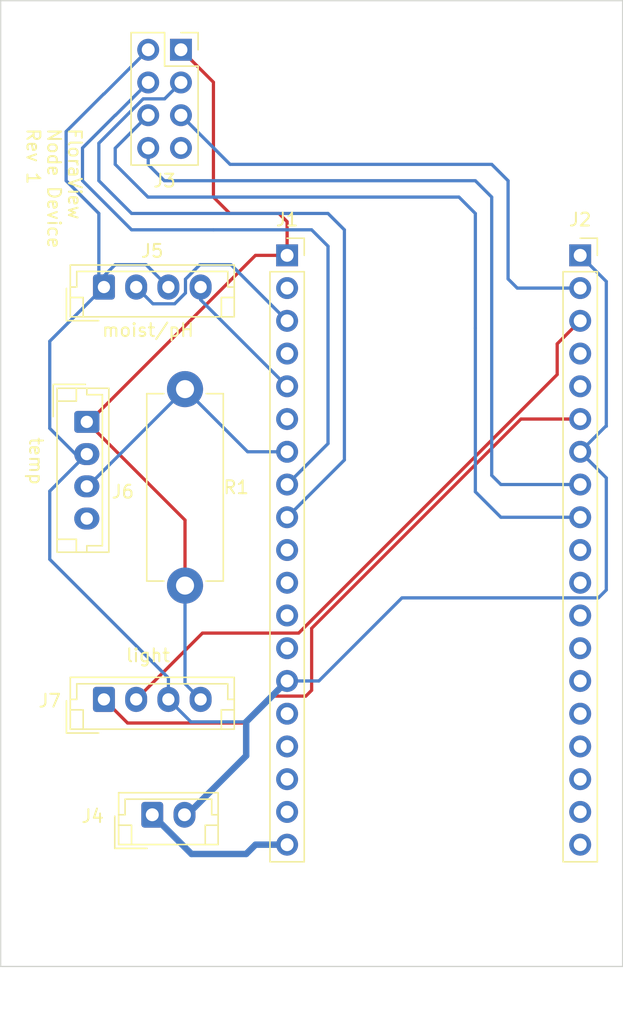
<source format=kicad_pcb>
(kicad_pcb (version 20211014) (generator pcbnew)
  (layers (0 "F.Cu" signal) (31 "B.Cu" signal) (34 "B.Paste" user) (35 "F.Paste" user) (36 "B.SilkS" user "B.Silkscreen") (37 "F.SilkS" user "F.Silkscreen") (38 "B.Mask" user) (39 "F.Mask" user) (44 "Edge.Cuts" user))
  (net 0 "")
  (net 1 "GND")
  (net 2 "/3.3V")
  (net 7 "Net-(J1-Pad8)")
  (net 8 "Net-(J1-Pad9)")
  (net 17 "Net-(J2-Pad2)")
  (net 31 "Net-(J1-Pad3)")
  (net 32 "Net-(J1-Pad5)")
  (net 33 "Net-(J1-Pad7)")
  (net 34 "Net-(J1-Pad19)")
  (net 35 "Net-(J2-Pad3)")
  (net 36 "Net-(J2-Pad6)")
  (net 37 "Net-(J2-Pad8)")
  (net 38 "Net-(J2-Pad9)")
  (footprint "MountingHole:MountingHole_2.7mm_M2.5" (layer "F.Cu") (at 44.67 37.1775)
    (fp_text reference "REF1" hide)
    (fp_text value "MountingHole_2.7mm_M2.5" hide)
    (pad "" np_thru_hole circle (at 0 0) (size 2.7 2.7) (drill 2.7) (layers *.Cu *.Mask))
  )
  (footprint "Connector_PinSocket_2.54mm:PinSocket_1x19_P2.54mm_Vertical" (layer "F.Cu") (at 85.8254 53.1275)
    (fp_text reference "J2" (at 0 -2.77) (layer "F.SilkS"))
    (fp_text value "Conn_01x19_Female" hide)
    (fp_line (start -1.33 1.27) (end 1.33 1.27) (layer "F.SilkS") (width 0.12))
    (fp_line (start -1.33 1.27) (end -1.33 47.05) (layer "F.SilkS") (width 0.12))
    (fp_line (start 1.33 1.27) (end 1.33 47.05) (layer "F.SilkS") (width 0.12))
    (fp_line (start 1.33 -1.33) (end 1.33 0) (layer "F.SilkS") (width 0.12))
    (fp_line (start -1.33 47.05) (end 1.33 47.05) (layer "F.SilkS") (width 0.12))
    (fp_line (start 0 -1.33) (end 1.33 -1.33) (layer "F.SilkS") (width 0.12))
    (pad "1" thru_hole rect (at 0 0) (size 1.7 1.7) (drill 1) (layers *.Cu *.Mask) (net 1 "GND"))
    (pad "2" thru_hole oval (at 0 2.54) (size 1.7 1.7) (drill 1) (layers *.Cu *.Mask) (net 17 "Net-(J2-Pad2)"))
    (pad "3" thru_hole oval (at 0 5.08) (size 1.7 1.7) (drill 1) (layers *.Cu *.Mask) (net 35 "Net-(J2-Pad3)"))
    (pad "4" thru_hole oval (at 0 7.62) (size 1.7 1.7) (drill 1) (layers *.Cu *.Mask))
    (pad "5" thru_hole oval (at 0 10.16) (size 1.7 1.7) (drill 1) (layers *.Cu *.Mask))
    (pad "6" thru_hole oval (at 0 12.7) (size 1.7 1.7) (drill 1) (layers *.Cu *.Mask) (net 36 "Net-(J2-Pad6)"))
    (pad "7" thru_hole oval (at 0 15.24) (size 1.7 1.7) (drill 1) (layers *.Cu *.Mask) (net 1 "GND"))
    (pad "8" thru_hole oval (at 0 17.78) (size 1.7 1.7) (drill 1) (layers *.Cu *.Mask) (net 37 "Net-(J2-Pad8)"))
    (pad "9" thru_hole oval (at 0 20.32) (size 1.7 1.7) (drill 1) (layers *.Cu *.Mask) (net 38 "Net-(J2-Pad9)"))
    (pad "10" thru_hole oval (at 0 22.86) (size 1.7 1.7) (drill 1) (layers *.Cu *.Mask))
    (pad "11" thru_hole oval (at 0 25.4) (size 1.7 1.7) (drill 1) (layers *.Cu *.Mask))
    (pad "12" thru_hole oval (at 0 27.94) (size 1.7 1.7) (drill 1) (layers *.Cu *.Mask))
    (pad "13" thru_hole oval (at 0 30.48) (size 1.7 1.7) (drill 1) (layers *.Cu *.Mask))
    (pad "14" thru_hole oval (at 0 33.02) (size 1.7 1.7) (drill 1) (layers *.Cu *.Mask))
    (pad "15" thru_hole oval (at 0 35.56) (size 1.7 1.7) (drill 1) (layers *.Cu *.Mask))
    (pad "16" thru_hole oval (at 0 38.1) (size 1.7 1.7) (drill 1) (layers *.Cu *.Mask))
    (pad "17" thru_hole oval (at 0 40.64) (size 1.7 1.7) (drill 1) (layers *.Cu *.Mask))
    (pad "18" thru_hole oval (at 0 43.18) (size 1.7 1.7) (drill 1) (layers *.Cu *.Mask))
    (pad "19" thru_hole oval (at 0 45.72) (size 1.7 1.7) (drill 1) (layers *.Cu *.Mask))
  )
  (footprint "Connector_JST:JST_EH_B2B-EH-A_1x02_P2.50mm_Vertical" (layer "F.Cu") (at 52.624583 96.5275)
    (fp_text reference "J4" (at -4.624583 0.11) (layer "F.SilkS"))
    (fp_text value "Conn_01x02_Female" hide)
    (fp_line (start -2.61 0.81) (end -1.61 0.81) (layer "F.SilkS") (width 0.12))
    (fp_line (start -1.61 0.81) (end -1.61 2.31) (layer "F.SilkS") (width 0.12))
    (fp_line (start -2.61 2.31) (end 5.11 2.31) (layer "F.SilkS") (width 0.12))
    (fp_line (start -2.61 0) (end -2.11 0) (layer "F.SilkS") (width 0.12))
    (fp_line (start 4.61 0) (end 5.11 0) (layer "F.SilkS") (width 0.12))
    (fp_line (start -2.91 0.11) (end -2.91 2.61) (layer "F.SilkS") (width 0.12))
    (fp_line (start 5.11 -1.71) (end -2.61 -1.71) (layer "F.SilkS") (width 0.12))
    (fp_line (start -2.11 -1.21) (end 4.61 -1.21) (layer "F.SilkS") (width 0.12))
    (fp_line (start 5.11 2.31) (end 5.11 -1.71) (layer "F.SilkS") (width 0.12))
    (fp_line (start -2.91 2.61) (end -0.41 2.61) (layer "F.SilkS") (width 0.12))
    (fp_line (start 5.11 0.81) (end 4.11 0.81) (layer "F.SilkS") (width 0.12))
    (fp_line (start -2.61 -1.71) (end -2.61 2.31) (layer "F.SilkS") (width 0.12))
    (fp_line (start -2.11 0) (end -2.11 -1.21) (layer "F.SilkS") (width 0.12))
    (fp_line (start 4.61 -1.21) (end 4.61 0) (layer "F.SilkS") (width 0.12))
    (fp_line (start 4.11 0.81) (end 4.11 2.31) (layer "F.SilkS") (width 0.12))
    (pad "1" thru_hole roundrect (at 0 0) (size 1.7 2) (drill 1) (layers *.Cu *.Mask) (roundrect_rratio 0.1470588235) (net 34 "Net-(J1-Pad19)"))
    (pad "2" thru_hole oval (at 2.5 0) (size 1.7 2) (drill 1) (layers *.Cu *.Mask) (net 1 "GND"))
  )
  (footprint "MountingHole:MountingHole_2.7mm_M2.5" (layer "F.Cu") (at 85.31 104.4875)
    (fp_text reference "REF4" hide)
    (fp_text value "MountingHole_2.7mm_M2.5" hide)
    (pad "" np_thru_hole circle (at 0 0) (size 2.7 2.7) (drill 2.7) (layers *.Cu *.Mask))
  )
  (footprint "Connector_PinSocket_2.54mm:PinSocket_1x19_P2.54mm_Vertical" (layer "F.Cu") (at 63.085418 53.1275)
    (fp_text reference "J1" (at 0 -2.77) (layer "F.SilkS"))
    (fp_text value "Conn_01x19_Female" hide)
    (fp_line (start 1.33 1.27) (end 1.33 47.05) (layer "F.SilkS") (width 0.12))
    (fp_line (start -1.33 1.27) (end 1.33 1.27) (layer "F.SilkS") (width 0.12))
    (fp_line (start -1.33 1.27) (end -1.33 47.05) (layer "F.SilkS") (width 0.12))
    (fp_line (start 1.33 -1.33) (end 1.33 0) (layer "F.SilkS") (width 0.12))
    (fp_line (start -1.33 47.05) (end 1.33 47.05) (layer "F.SilkS") (width 0.12))
    (fp_line (start 0 -1.33) (end 1.33 -1.33) (layer "F.SilkS") (width 0.12))
    (pad "1" thru_hole rect (at 0 0) (size 1.7 1.7) (drill 1) (layers *.Cu *.Mask) (net 2 "/3.3V"))
    (pad "2" thru_hole oval (at 0 2.54) (size 1.7 1.7) (drill 1) (layers *.Cu *.Mask))
    (pad "3" thru_hole oval (at 0 5.08) (size 1.7 1.7) (drill 1) (layers *.Cu *.Mask) (net 31 "Net-(J1-Pad3)"))
    (pad "4" thru_hole oval (at 0 7.62) (size 1.7 1.7) (drill 1) (layers *.Cu *.Mask))
    (pad "5" thru_hole oval (at 0 10.16) (size 1.7 1.7) (drill 1) (layers *.Cu *.Mask) (net 32 "Net-(J1-Pad5)"))
    (pad "6" thru_hole oval (at 0 12.7) (size 1.7 1.7) (drill 1) (layers *.Cu *.Mask))
    (pad "7" thru_hole oval (at 0 15.24) (size 1.7 1.7) (drill 1) (layers *.Cu *.Mask) (net 33 "Net-(J1-Pad7)"))
    (pad "8" thru_hole oval (at 0 17.78) (size 1.7 1.7) (drill 1) (layers *.Cu *.Mask) (net 7 "Net-(J1-Pad8)"))
    (pad "9" thru_hole oval (at 0 20.32) (size 1.7 1.7) (drill 1) (layers *.Cu *.Mask) (net 8 "Net-(J1-Pad9)"))
    (pad "10" thru_hole oval (at 0 22.86) (size 1.7 1.7) (drill 1) (layers *.Cu *.Mask))
    (pad "11" thru_hole oval (at 0 25.4) (size 1.7 1.7) (drill 1) (layers *.Cu *.Mask))
    (pad "12" thru_hole oval (at 0 27.94) (size 1.7 1.7) (drill 1) (layers *.Cu *.Mask))
    (pad "13" thru_hole oval (at 0 30.48) (size 1.7 1.7) (drill 1) (layers *.Cu *.Mask))
    (pad "14" thru_hole oval (at 0 33.02) (size 1.7 1.7) (drill 1) (layers *.Cu *.Mask) (net 1 "GND"))
    (pad "15" thru_hole oval (at 0 35.56) (size 1.7 1.7) (drill 1) (layers *.Cu *.Mask))
    (pad "16" thru_hole oval (at 0 38.1) (size 1.7 1.7) (drill 1) (layers *.Cu *.Mask))
    (pad "17" thru_hole oval (at 0 40.64) (size 1.7 1.7) (drill 1) (layers *.Cu *.Mask))
    (pad "18" thru_hole oval (at 0 43.18) (size 1.7 1.7) (drill 1) (layers *.Cu *.Mask))
    (pad "19" thru_hole oval (at 0 45.72) (size 1.7 1.7) (drill 1) (layers *.Cu *.Mask) (net 34 "Net-(J1-Pad19)"))
  )
  (footprint "MountingHole:MountingHole_2.7mm_M2.5" (layer "F.Cu") (at 44.67 104.4875)
    (fp_text reference "REF3" hide)
    (fp_text value "MountingHole_2.7mm_M2.5" hide)
    (pad "" np_thru_hole circle (at 0 0) (size 2.7 2.7) (drill 2.7) (layers *.Cu *.Mask))
  )
  (footprint "Resistor_THT:R_Axial_DIN0614_L14.3mm_D5.7mm_P15.24mm_Horizontal" (layer "F.Cu") (at 55.164583 63.5075 -90)
    (fp_text reference "R1" (at 7.62 -3.97) (layer "F.SilkS"))
    (fp_text value "5k" hide)
    (fp_line (start 14.89 -2.97) (end 14.89 -1.64) (layer "F.SilkS") (width 0.12))
    (fp_line (start 0.35 -1.64) (end 0.35 -2.97) (layer "F.SilkS") (width 0.12))
    (fp_line (start 14.89 2.97) (end 14.89 1.64) (layer "F.SilkS") (width 0.12))
    (fp_line (start 0.35 2.97) (end 14.89 2.97) (layer "F.SilkS") (width 0.12))
    (fp_line (start 0.35 1.64) (end 0.35 2.97) (layer "F.SilkS") (width 0.12))
    (fp_line (start 0.35 -2.97) (end 14.89 -2.97) (layer "F.SilkS") (width 0.12))
    (pad "1" thru_hole circle (at 0 0 270) (size 2.8 2.8) (drill 1.4) (layers *.Cu *.Mask) (net 33 "Net-(J1-Pad7)"))
    (pad "2" thru_hole oval (at 15.24 0 270) (size 2.8 2.8) (drill 1.4) (layers *.Cu *.Mask) (net 2 "/3.3V"))
  )
  (footprint "Connector_JST:JST_EH_B4B-EH-A_1x04_P2.50mm_Vertical" (layer "F.Cu") (at 48.874583 55.5875)
    (fp_text reference "J5" (at 3.75 -2.8) (layer "F.SilkS"))
    (fp_text value "Conn_01x04_Female" hide)
    (fp_line (start -1.61 0.81) (end -1.61 2.31) (layer "F.SilkS") (width 0.12))
    (fp_line (start -2.91 2.61) (end -0.41 2.61) (layer "F.SilkS") (width 0.12))
    (fp_line (start -2.61 -1.71) (end -2.61 2.31) (layer "F.SilkS") (width 0.12))
    (fp_line (start 9.11 0.81) (end 9.11 2.31) (layer "F.SilkS") (width 0.12))
    (fp_line (start -2.11 -1.21) (end 9.61 -1.21) (layer "F.SilkS") (width 0.12))
    (fp_line (start -2.91 0.11) (end -2.91 2.61) (layer "F.SilkS") (width 0.12))
    (fp_line (start 10.11 -1.71) (end -2.61 -1.71) (layer "F.SilkS") (width 0.12))
    (fp_line (start -2.11 0) (end -2.11 -1.21) (layer "F.SilkS") (width 0.12))
    (fp_line (start 10.11 2.31) (end 10.11 -1.71) (layer "F.SilkS") (width 0.12))
    (fp_line (start -2.61 0.81) (end -1.61 0.81) (layer "F.SilkS") (width 0.12))
    (fp_line (start 9.61 0) (end 10.11 0) (layer "F.SilkS") (width 0.12))
    (fp_line (start -2.61 2.31) (end 10.11 2.31) (layer "F.SilkS") (width 0.12))
    (fp_line (start 10.11 0.81) (end 9.11 0.81) (layer "F.SilkS") (width 0.12))
    (fp_line (start -2.61 0) (end -2.11 0) (layer "F.SilkS") (width 0.12))
    (fp_line (start 9.61 -1.21) (end 9.61 0) (layer "F.SilkS") (width 0.12))
    (pad "1" thru_hole roundrect (at 0 0) (size 1.7 1.95) (drill 0.95) (layers *.Cu *.Mask) (roundrect_rratio 0.1470588235) (net 1 "GND"))
    (pad "2" thru_hole oval (at 2.5 0) (size 1.7 1.95) (drill 0.95) (layers *.Cu *.Mask) (net 31 "Net-(J1-Pad3)"))
    (pad "3" thru_hole oval (at 5 0) (size 1.7 1.95) (drill 0.95) (layers *.Cu *.Mask) (net 1 "GND"))
    (pad "4" thru_hole oval (at 7.5 0) (size 1.7 1.95) (drill 0.95) (layers *.Cu *.Mask) (net 32 "Net-(J1-Pad5)"))
  )
  (footprint "Connector_JST:JST_EH_B4B-EH-A_1x04_P2.50mm_Vertical" (layer "F.Cu") (at 47.544583 66.0475 -90)
    (fp_text reference "J6" (at 5.42 -2.8) (layer "F.SilkS"))
    (fp_text value "Conn_01x04_Female" hide)
    (fp_line (start -2.11 0) (end -2.11 -1.21) (layer "F.SilkS") (width 0.12))
    (fp_line (start -2.61 -1.71) (end -2.61 2.31) (layer "F.SilkS") (width 0.12))
    (fp_line (start -1.61 0.81) (end -1.61 2.31) (layer "F.SilkS") (width 0.12))
    (fp_line (start 9.11 0.81) (end 9.11 2.31) (layer "F.SilkS") (width 0.12))
    (fp_line (start 9.61 -1.21) (end 9.61 0) (layer "F.SilkS") (width 0.12))
    (fp_line (start 9.61 0) (end 10.11 0) (layer "F.SilkS") (width 0.12))
    (fp_line (start -2.91 0.11) (end -2.91 2.61) (layer "F.SilkS") (width 0.12))
    (fp_line (start -2.11 -1.21) (end 9.61 -1.21) (layer "F.SilkS") (width 0.12))
    (fp_line (start -2.61 0) (end -2.11 0) (layer "F.SilkS") (width 0.12))
    (fp_line (start -2.61 0.81) (end -1.61 0.81) (layer "F.SilkS") (width 0.12))
    (fp_line (start 10.11 2.31) (end 10.11 -1.71) (layer "F.SilkS") (width 0.12))
    (fp_line (start -2.61 2.31) (end 10.11 2.31) (layer "F.SilkS") (width 0.12))
    (fp_line (start 10.11 -1.71) (end -2.61 -1.71) (layer "F.SilkS") (width 0.12))
    (fp_line (start -2.91 2.61) (end -0.41 2.61) (layer "F.SilkS") (width 0.12))
    (fp_line (start 10.11 0.81) (end 9.11 0.81) (layer "F.SilkS") (width 0.12))
    (pad "1" thru_hole roundrect (at 0 0 270) (size 1.7 1.95) (drill 0.95) (layers *.Cu *.Mask) (roundrect_rratio 0.1470588235) (net 2 "/3.3V"))
    (pad "2" thru_hole oval (at 2.5 0 270) (size 1.7 1.95) (drill 0.95) (layers *.Cu *.Mask) (net 1 "GND"))
    (pad "3" thru_hole oval (at 5 0 270) (size 1.7 1.95) (drill 0.95) (layers *.Cu *.Mask) (net 33 "Net-(J1-Pad7)"))
    (pad "4" thru_hole oval (at 7.5 0 270) (size 1.7 1.95) (drill 0.95) (layers *.Cu *.Mask))
  )
  (footprint "Connector_JST:JST_EH_B4B-EH-A_1x04_P2.50mm_Vertical" (layer "F.Cu") (at 48.874583 87.5775)
    (fp_text reference "J7" (at -4.204583 0.11) (layer "F.SilkS"))
    (fp_text value "Conn_01x04_Female" hide)
    (fp_line (start -2.61 -1.71) (end -2.61 2.31) (layer "F.SilkS") (width 0.12))
    (fp_line (start 10.11 0.81) (end 9.11 0.81) (layer "F.SilkS") (width 0.12))
    (fp_line (start 10.11 -1.71) (end -2.61 -1.71) (layer "F.SilkS") (width 0.12))
    (fp_line (start -2.61 0) (end -2.11 0) (layer "F.SilkS") (width 0.12))
    (fp_line (start -2.91 2.61) (end -0.41 2.61) (layer "F.SilkS") (width 0.12))
    (fp_line (start 10.11 2.31) (end 10.11 -1.71) (layer "F.SilkS") (width 0.12))
    (fp_line (start 9.61 0) (end 10.11 0) (layer "F.SilkS") (width 0.12))
    (fp_line (start -2.11 -1.21) (end 9.61 -1.21) (layer "F.SilkS") (width 0.12))
    (fp_line (start -2.11 0) (end -2.11 -1.21) (layer "F.SilkS") (width 0.12))
    (fp_line (start -1.61 0.81) (end -1.61 2.31) (layer "F.SilkS") (width 0.12))
    (fp_line (start 9.61 -1.21) (end 9.61 0) (layer "F.SilkS") (width 0.12))
    (fp_line (start -2.91 0.11) (end -2.91 2.61) (layer "F.SilkS") (width 0.12))
    (fp_line (start -2.61 2.31) (end 10.11 2.31) (layer "F.SilkS") (width 0.12))
    (fp_line (start 9.11 0.81) (end 9.11 2.31) (layer "F.SilkS") (width 0.12))
    (fp_line (start -2.61 0.81) (end -1.61 0.81) (layer "F.SilkS") (width 0.12))
    (pad "1" thru_hole roundrect (at 0 0) (size 1.7 1.95) (drill 0.95) (layers *.Cu *.Mask) (roundrect_rratio 0.1470588235) (net 36 "Net-(J2-Pad6)"))
    (pad "2" thru_hole oval (at 2.5 0) (size 1.7 1.95) (drill 0.95) (layers *.Cu *.Mask) (net 35 "Net-(J2-Pad3)"))
    (pad "3" thru_hole oval (at 5 0) (size 1.7 1.95) (drill 0.95) (layers *.Cu *.Mask) (net 1 "GND"))
    (pad "4" thru_hole oval (at 7.5 0) (size 1.7 1.95) (drill 0.95) (layers *.Cu *.Mask) (net 2 "/3.3V"))
  )
  (footprint "Connector_PinSocket_2.54mm:PinSocket_2x04_P2.54mm_Vertical" (layer "F.Cu") (at 54.85 37.1775)
    (fp_text reference "J3" (at -1.27 10.16) (layer "F.SilkS"))
    (fp_text value "Conn_02x04_Odd_Even" hide)
    (fp_line (start 1.33 -1.33) (end 1.33 0) (layer "F.SilkS") (width 0.12))
    (fp_line (start -3.87 8.95) (end 1.33 8.95) (layer "F.SilkS") (width 0.12))
    (fp_line (start -1.27 -1.33) (end -1.27 1.27) (layer "F.SilkS") (width 0.12))
    (fp_line (start 1.33 1.27) (end 1.33 8.95) (layer "F.SilkS") (width 0.12))
    (fp_line (start 0 -1.33) (end 1.33 -1.33) (layer "F.SilkS") (width 0.12))
    (fp_line (start -3.87 -1.33) (end -3.87 8.95) (layer "F.SilkS") (width 0.12))
    (fp_line (start -1.27 1.27) (end 1.33 1.27) (layer "F.SilkS") (width 0.12))
    (fp_line (start -3.87 -1.33) (end -1.27 -1.33) (layer "F.SilkS") (width 0.12))
    (pad "1" thru_hole oval (at 0 7.62) (size 1.7 1.7) (drill 1) (layers *.Cu *.Mask))
    (pad "2" thru_hole oval (at -2.54 7.62) (size 1.7 1.7) (drill 1) (layers *.Cu *.Mask) (net 37 "Net-(J2-Pad8)"))
    (pad "3" thru_hole oval (at 0 5.08) (size 1.7 1.7) (drill 1) (layers *.Cu *.Mask) (net 17 "Net-(J2-Pad2)"))
    (pad "4" thru_hole oval (at -2.54 5.08) (size 1.7 1.7) (drill 1) (layers *.Cu *.Mask) (net 38 "Net-(J2-Pad9)"))
    (pad "5" thru_hole oval (at 0 2.54) (size 1.7 1.7) (drill 1) (layers *.Cu *.Mask) (net 8 "Net-(J1-Pad9)"))
    (pad "6" thru_hole oval (at -2.54 2.54) (size 1.7 1.7) (drill 1) (layers *.Cu *.Mask) (net 7 "Net-(J1-Pad8)"))
    (pad "7" thru_hole rect (at 0 0) (size 1.7 1.7) (drill 1) (layers *.Cu *.Mask) (net 2 "/3.3V"))
    (pad "8" thru_hole oval (at -2.54 0) (size 1.7 1.7) (drill 1) (layers *.Cu *.Mask) (net 1 "GND"))
  )
  (footprint "MountingHole:MountingHole_2.7mm_M2.5" (layer "F.Cu") (at 85.31 37.1775)
    (fp_text reference "REF2" hide)
    (fp_text value "MountingHole_2.7mm_M2.5" hide)
    (pad "" np_thru_hole circle (at 0 0) (size 2.7 2.7) (drill 2.7) (layers *.Cu *.Mask))
  )
  (gr_rect (start 40.86 33.3675) (end 89.12 108.2975) (layer "Edge.Cuts") (width 0.1) (fill none))
  (gr_text "FloraView\nNode Device\nRev 1" (at 45.004583 43.1875 -90) (layer "F.SilkS") (effects (font (size 1 1)) (justify left)))
  (gr_text "light" (at 52.29 84.1675) (layer "F.SilkS") (effects (font (size 1 1))))
  (gr_text "moist/pH" (at 52.29 58.93) (layer "F.SilkS") (effects (font (size 1 1))))
  (gr_text "temp" (at 43.6 69.09 -90) (layer "F.SilkS") (effects (font (size 1 1))))
  (segment (start 48.48 55.192917) (end 48.48 49.8775) (width 0.25) (layer "B.Cu") (net 1))
  (segment (start 87.85 70.3921) (end 85.8254 68.3675) (width 0.25) (layer "B.Cu") (net 1))
  (segment (start 48.48 49.8775) (end 45.94 47.3375) (width 0.25) (layer "B.Cu") (net 1))
  (segment (start 71.995489 79.702011) (end 87.235489 79.702011) (width 0.25) (layer "B.Cu") (net 1))
  (segment (start 46.6675 68.5475) (end 44.67 66.55) (width 0.25) (layer "B.Cu") (net 1))
  (segment (start 53.874583 55.5875) (end 52.137083 53.85) (width 0.25) (layer "B.Cu") (net 1))
  (segment (start 53.874583 87.5775) (end 53.874583 85.914583) (width 0.25) (layer "B.Cu") (net 1))
  (segment (start 65.55 86.1475) (end 71.995489 79.702011) (width 0.25) (layer "B.Cu") (net 1))
  (segment (start 53.874583 87.5775) (end 55.620001 89.322918) (width 0.25) (layer "B.Cu") (net 1))
  (segment (start 44.67 76.71) (end 44.67 71.422083) (width 0.25) (layer "B.Cu") (net 1))
  (segment (start 45.94 47.3375) (end 45.94 43.5275) (width 0.25) (layer "B.Cu") (net 1))
  (segment (start 52.137083 53.85) (end 49.75 53.85) (width 0.25) (layer "B.Cu") (net 1))
  (segment (start 48.874583 55.5875) (end 48.48 55.192917) (width 0.25) (layer "B.Cu") (net 1))
  (segment (start 87.85 55.1521) (end 85.8254 53.1275) (width 0.25) (layer "B.Cu") (net 1))
  (segment (start 87.235489 79.702011) (end 87.85 79.0875) (width 0.25) (layer "B.Cu") (net 1))
  (segment (start 55.3325 96.5275) (end 55.124583 96.5275) (width 0.25) (layer "B.Cu") (net 1))
  (segment (start 85.8254 68.3675) (end 87.8054 66.3875) (width 0.25) (layer "B.Cu") (net 1))
  (segment (start 44.67 59.792083) (end 48.874583 55.5875) (width 0.25) (layer "B.Cu") (net 1))
  (segment (start 59.91 91.95) (end 55.3325 96.5275) (width 0.5) (layer "B.Cu") (net 1))
  (segment (start 87.8054 66.3875) (end 87.85 66.3875) (width 0.25) (layer "B.Cu") (net 1))
  (segment (start 87.85 79.0875) (end 87.85 70.3921) (width 0.25) (layer "B.Cu") (net 1))
  (segment (start 48.874583 40.612917) (end 48.854583 40.612917) (width 0.25) (layer "B.Cu") (net 1))
  (segment (start 48.874583 54.725417) (end 48.874583 55.5875) (width 0.25) (layer "B.Cu") (net 1))
  (segment (start 47.544583 68.5475) (end 46.6675 68.5475) (width 0.25) (layer "B.Cu") (net 1))
  (segment (start 44.67 66.55) (end 44.67 59.792083) (width 0.25) (layer "B.Cu") (net 1))
  (segment (start 63.085418 86.1475) (end 65.55 86.1475) (width 0.25) (layer "B.Cu") (net 1))
  (segment (start 55.620001 89.322918) (end 59.91 89.322918) (width 0.25) (layer "B.Cu") (net 1))
  (segment (start 48.854583 40.612917) (end 45.94 43.5275) (width 0.25) (layer "B.Cu") (net 1))
  (segment (start 48.874583 40.612917) (end 52.31 37.1775) (width 0.25) (layer "B.Cu") (net 1))
  (segment (start 87.85 66.3875) (end 87.85 55.1521) (width 0.25) (layer "B.Cu") (net 1))
  (segment (start 59.91 89.322918) (end 59.91 91.95) (width 0.5) (layer "B.Cu") (net 1))
  (segment (start 44.67 71.422083) (end 47.544583 68.5475) (width 0.25) (layer "B.Cu") (net 1))
  (segment (start 63.085418 86.1475) (end 59.91 89.322918) (width 0.5) (layer "B.Cu") (net 1))
  (segment (start 53.874583 85.914583) (end 44.67 76.71) (width 0.25) (layer "B.Cu") (net 1))
  (segment (start 49.75 53.85) (end 48.874583 54.725417) (width 0.25) (layer "B.Cu") (net 1))
  (segment (start 62.45 49.8775) (end 58.64 49.8775) (width 0.25) (layer "F.Cu") (net 2))
  (segment (start 57.37 48.6075) (end 57.37 39.6975) (width 0.25) (layer "F.Cu") (net 2))
  (segment (start 47.7125 66.0475) (end 60.6325 53.1275) (width 0.25) (layer "F.Cu") (net 2))
  (segment (start 55.164583 73.6675) (end 55.164583 78.7475) (width 0.25) (layer "F.Cu") (net 2))
  (segment (start 63.085418 53.1275) (end 60.6325 53.1275) (width 0.25) (layer "F.Cu") (net 2))
  (segment (start 63.085418 50.512918) (end 62.45 49.8775) (width 0.25) (layer "F.Cu") (net 2))
  (segment (start 47.544583 66.0475) (end 47.7125 66.0475) (width 0.25) (layer "F.Cu") (net 2))
  (segment (start 57.37 39.6975) (end 54.85 37.1775) (width 0.25) (layer "F.Cu") (net 2))
  (segment (start 58.64 49.8775) (end 57.37 48.6075) (width 0.25) (layer "F.Cu") (net 2))
  (segment (start 47.544583 66.0475) (end 55.164583 73.6675) (width 0.25) (layer "F.Cu") (net 2))
  (segment (start 63.085418 53.1275) (end 63.085418 50.512918) (width 0.25) (layer "F.Cu") (net 2))
  (segment (start 55.164583 86.3675) (end 56.374583 87.5775) (width 0.25) (layer "B.Cu") (net 2))
  (segment (start 55.164583 78.7475) (end 55.164583 86.3675) (width 0.25) (layer "B.Cu") (net 2))
  (segment (start 47.21 44.7975) (end 49.75 42.2575) (width 0.25) (layer "B.Cu") (net 7))
  (segment (start 51.02 51.1475) (end 47.21 47.3375) (width 0.25) (layer "B.Cu") (net 7))
  (segment (start 49.77 42.2575) (end 52.31 39.7175) (width 0.25) (layer "B.Cu") (net 7))
  (segment (start 47.21 47.3375) (end 47.21 44.7975) (width 0.25) (layer "B.Cu") (net 7))
  (segment (start 66.26 52.4175) (end 64.99 51.1475) (width 0.25) (layer "B.Cu") (net 7))
  (segment (start 66.26 67.732918) (end 66.26 52.4175) (width 0.25) (layer "B.Cu") (net 7))
  (segment (start 63.085418 70.9075) (end 66.26 67.732918) (width 0.25) (layer "B.Cu") (net 7))
  (segment (start 49.75 42.2575) (end 49.77 42.2575) (width 0.25) (layer "B.Cu") (net 7))
  (segment (start 57.37 51.1475) (end 51.02 51.1475) (width 0.25) (layer "B.Cu") (net 7))
  (segment (start 64.99 51.1475) (end 57.37 51.1475) (width 0.25) (layer "B.Cu") (net 7))
  (segment (start 67.53 69.002918) (end 67.53 51.1475) (width 0.25) (layer "B.Cu") (net 8))
  (segment (start 51.91899 40.9875) (end 53.58 40.9875) (width 0.25) (layer "B.Cu") (net 8))
  (segment (start 48.48 44.42649) (end 51.91899 40.9875) (width 0.25) (layer "B.Cu") (net 8))
  (segment (start 48.48 47.3375) (end 48.48 44.42649) (width 0.25) (layer "B.Cu") (net 8))
  (segment (start 51.02 49.8775) (end 48.48 47.3375) (width 0.25) (layer "B.Cu") (net 8))
  (segment (start 63.085418 73.4475) (end 67.53 69.002918) (width 0.25) (layer "B.Cu") (net 8))
  (segment (start 66.26 49.8775) (end 51.02 49.8775) (width 0.25) (layer "B.Cu") (net 8))
  (segment (start 67.53 51.1475) (end 66.26 49.8775) (width 0.25) (layer "B.Cu") (net 8))
  (segment (start 53.58 40.9875) (end 54.85 39.7175) (width 0.25) (layer "B.Cu") (net 8))
  (segment (start 80.23 54.9575) (end 80.23 47.3375) (width 0.25) (layer "B.Cu") (net 17))
  (segment (start 80.94 55.6675) (end 80.23 54.9575) (width 0.25) (layer "B.Cu") (net 17))
  (segment (start 80.23 47.3375) (end 78.96 46.0675) (width 0.25) (layer "B.Cu") (net 17))
  (segment (start 58.66 46.0675) (end 54.85 42.2575) (width 0.25) (layer "B.Cu") (net 17))
  (segment (start 78.96 46.0675) (end 58.66 46.0675) (width 0.25) (layer "B.Cu") (net 17))
  (segment (start 85.8254 55.6675) (end 80.94 55.6675) (width 0.25) (layer "B.Cu") (net 17))
  (segment (start 54.361085 56.88702) (end 52.674103 56.88702) (width 0.25) (layer "B.Cu") (net 31))
  (segment (start 52.674103 56.88702) (end 51.374583 55.5875) (width 0.25) (layer "B.Cu") (net 31))
  (segment (start 55.200063 54.975998) (end 55.200063 56.048042) (width 0.25) (layer "B.Cu") (net 31))
  (segment (start 56.326061 53.85) (end 55.200063 54.975998) (width 0.25) (layer "B.Cu") (net 31))
  (segment (start 58.727918 53.85) (end 56.326061 53.85) (width 0.25) (layer "B.Cu") (net 31))
  (segment (start 55.200063 56.048042) (end 54.361085 56.88702) (width 0.25) (layer "B.Cu") (net 31))
  (segment (start 63.085418 58.2075) (end 58.727918 53.85) (width 0.25) (layer "B.Cu") (net 31))
  (segment (start 56.374583 56.576665) (end 56.374583 55.5875) (width 0.25) (layer "B.Cu") (net 32))
  (segment (start 63.085418 63.2875) (end 56.374583 56.576665) (width 0.25) (layer "B.Cu") (net 32))
  (segment (start 47.544583 71.0475) (end 47.624583 71.0475) (width 0.25) (layer "B.Cu") (net 33))
  (segment (start 47.624583 71.0475) (end 55.164583 63.5075) (width 0.25) (layer "B.Cu") (net 33))
  (segment (start 63.085418 68.3675) (end 60.024583 68.3675) (width 0.25) (layer "B.Cu") (net 33))
  (segment (start 60.024583 68.3675) (end 55.164583 63.5075) (width 0.25) (layer "B.Cu") (net 33))
  (segment (start 59.91 99.57) (end 60.6325 98.8475) (width 0.5) (layer "B.Cu") (net 34))
  (segment (start 52.624583 96.5275) (end 55.667083 99.57) (width 0.5) (layer "B.Cu") (net 34))
  (segment (start 60.6325 98.8475) (end 63.085418 98.8475) (width 0.5) (layer "B.Cu") (net 34))
  (segment (start 55.667083 99.57) (end 59.91 99.57) (width 0.5) (layer "B.Cu") (net 34))
  (segment (start 56.519094 82.432989) (end 63.984212 82.432989) (width 0.25) (layer "F.Cu") (net 35))
  (segment (start 85.8254 58.2075) (end 84.04 59.9929) (width 0.25) (layer "F.Cu") (net 35))
  (segment (start 63.984212 82.432989) (end 84.04 62.377201) (width 0.25) (layer "F.Cu") (net 35))
  (segment (start 84.04 59.9929) (end 84.04 62.377201) (width 0.25) (layer "F.Cu") (net 35))
  (segment (start 51.374583 87.5775) (end 56.519094 82.432989) (width 0.25) (layer "F.Cu") (net 35))
  (segment (start 64.537989 87.322011) (end 61.997989 87.322011) (width 0.25) (layer "F.Cu") (net 36))
  (segment (start 64.99 86.87) (end 64.537989 87.322011) (width 0.25) (layer "F.Cu") (net 36))
  (segment (start 50.707083 89.41) (end 48.874583 87.5775) (width 0.25) (layer "F.Cu") (net 36))
  (segment (start 64.99 82.062918) (end 64.99 86.87) (width 0.25) (layer "F.Cu") (net 36))
  (segment (start 85.8254 65.8275) (end 81.225418 65.8275) (width 0.25) (layer "F.Cu") (net 36))
  (segment (start 59.91 89.41) (end 50.707083 89.41) (width 0.25) (layer "F.Cu") (net 36))
  (segment (start 61.997989 87.322011) (end 59.91 89.41) (width 0.25) (layer "F.Cu") (net 36))
  (segment (start 81.225418 65.8275) (end 64.99 82.062918) (width 0.25) (layer "F.Cu") (net 36))
  (segment (start 53.56 47.3375) (end 52.31 46.0875) (width 0.25) (layer "B.Cu") (net 37))
  (segment (start 52.31 46.0875) (end 52.31 44.7975) (width 0.25) (layer "B.Cu") (net 37))
  (segment (start 77.69 47.3375) (end 53.56 47.3375) (width 0.25) (layer "B.Cu") (net 37))
  (segment (start 85.8254 70.9075) (end 79.67 70.9075) (width 0.25) (layer "B.Cu") (net 37))
  (segment (start 78.96 70.1975) (end 78.96 48.6075) (width 0.25) (layer "B.Cu") (net 37))
  (segment (start 78.96 48.6075) (end 77.69 47.3375) (width 0.25) (layer "B.Cu") (net 37))
  (segment (start 79.67 70.9075) (end 78.96 70.1975) (width 0.25) (layer "B.Cu") (net 37))
  (segment (start 79.67 73.4475) (end 78.96 72.7375) (width 0.25) (layer "B.Cu") (net 38))
  (segment (start 49.75 44.8175) (end 52.31 42.2575) (width 0.25) (layer "B.Cu") (net 38))
  (segment (start 77.69 58.7675) (end 77.69 49.8775) (width 0.25) (layer "B.Cu") (net 38))
  (segment (start 52.29 48.6075) (end 49.75 46.0675) (width 0.25) (layer "B.Cu") (net 38))
  (segment (start 77.69 71.4675) (end 77.69 58.7675) (width 0.25) (layer "B.Cu") (net 38))
  (segment (start 85.8254 73.4475) (end 79.67 73.4475) (width 0.25) (layer "B.Cu") (net 38))
  (segment (start 49.75 46.0675) (end 49.75 44.8175) (width 0.25) (layer "B.Cu") (net 38))
  (segment (start 77.69 49.8775) (end 76.42 48.6075) (width 0.25) (layer "B.Cu") (net 38))
  (segment (start 76.42 48.6075) (end 52.29 48.6075) (width 0.25) (layer "B.Cu") (net 38))
  (segment (start 78.96 72.7375) (end 77.69 71.4675) (width 0.25) (layer "B.Cu") (net 38))
)
</source>
